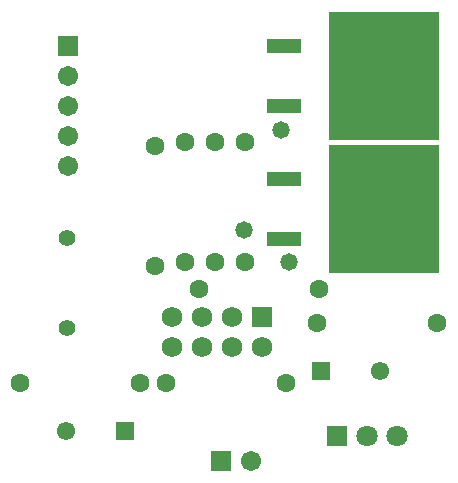
<source format=gbs>
%FSLAX25Y25*%
%MOIN*%
G70*
G01*
G75*
G04 Layer_Color=16711935*
%ADD10R,0.36221X0.42126*%
%ADD11R,0.10630X0.04331*%
%ADD12C,0.02000*%
%ADD13C,0.02500*%
%ADD14C,0.03937*%
%ADD15C,0.10000*%
%ADD16C,0.05000*%
%ADD17C,0.01000*%
%ADD18R,0.06299X0.06299*%
%ADD19C,0.06299*%
%ADD20C,0.04724*%
%ADD21C,0.05315*%
%ADD22R,0.05315X0.05315*%
%ADD23C,0.06000*%
%ADD24R,0.06000X0.06000*%
%ADD25C,0.05512*%
%ADD26R,0.05906X0.05906*%
%ADD27C,0.05906*%
%ADD28R,0.05906X0.05906*%
%ADD29C,0.05000*%
%ADD30C,0.00787*%
%ADD31C,0.00984*%
%ADD32C,0.00050*%
%ADD33C,0.00591*%
%ADD34R,0.37021X0.42926*%
%ADD35R,0.11430X0.05131*%
%ADD36R,0.07099X0.07099*%
%ADD37C,0.07099*%
%ADD38C,0.05524*%
%ADD39C,0.06115*%
%ADD40R,0.06115X0.06115*%
%ADD41C,0.06800*%
%ADD42R,0.06800X0.06800*%
%ADD43C,0.06312*%
%ADD44R,0.06706X0.06706*%
%ADD45C,0.06706*%
%ADD46R,0.06706X0.06706*%
%ADD47C,0.05800*%
D34*
X126173Y91000D02*
D03*
Y135500D02*
D03*
D35*
X93032Y101000D02*
D03*
Y81000D02*
D03*
Y145500D02*
D03*
Y125500D02*
D03*
D36*
X110500Y15500D02*
D03*
D37*
X120500D02*
D03*
X130500D02*
D03*
D38*
X20500Y81500D02*
D03*
Y51500D02*
D03*
D39*
X20157Y17000D02*
D03*
X124843Y37000D02*
D03*
D40*
X39843Y17000D02*
D03*
X105157Y37000D02*
D03*
D41*
X55700Y55000D02*
D03*
Y45100D02*
D03*
X65700Y55000D02*
D03*
X65400Y45100D02*
D03*
X75600Y55000D02*
D03*
Y45000D02*
D03*
X85700D02*
D03*
D42*
X85600Y55100D02*
D03*
D43*
X60000Y73500D02*
D03*
Y113500D02*
D03*
X70000Y73500D02*
D03*
Y113500D02*
D03*
X80000Y73500D02*
D03*
Y113500D02*
D03*
X50000Y72000D02*
D03*
Y112000D02*
D03*
X45000Y33000D02*
D03*
X5000D02*
D03*
X53500D02*
D03*
X93500D02*
D03*
X64500Y64500D02*
D03*
X104500D02*
D03*
X104000Y53000D02*
D03*
X144000D02*
D03*
D44*
X21000Y145500D02*
D03*
D45*
Y135500D02*
D03*
Y125500D02*
D03*
Y115500D02*
D03*
Y105500D02*
D03*
X82000Y7000D02*
D03*
D46*
X72000D02*
D03*
D47*
X79500Y84000D02*
D03*
X94500Y73500D02*
D03*
X92000Y117500D02*
D03*
M02*

</source>
